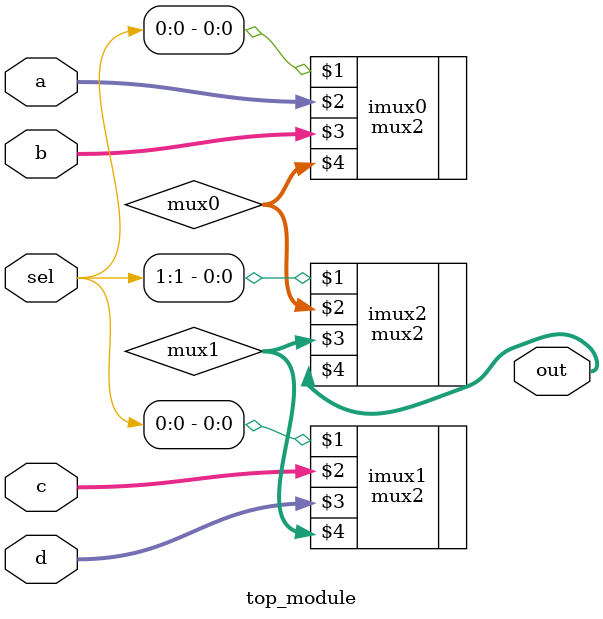
<source format=v>
module top_module (
    input [1:0] sel,
    input [7:0] a,
    input [7:0] b,
    input [7:0] c,
    input [7:0] d,
    output [7:0] out  ); //

    wire [7:0] mux0, mux1;
    mux2 imux0 ( sel[0],    a,    b, mux0 );
    mux2 imux1 ( sel[0],    c,    d, mux1 );
    mux2 imux2 ( sel[1], mux0, mux1,  out );

endmodule

</source>
